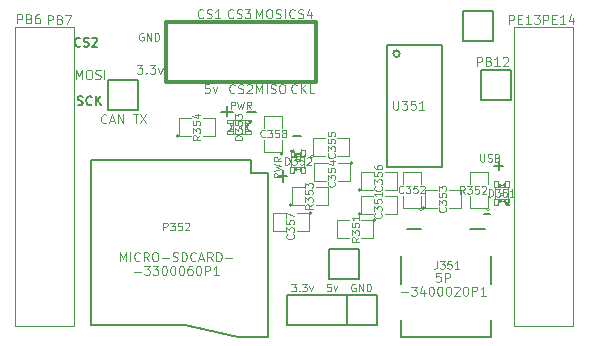
<source format=gto>
G04 (created by PCBNEW (2013-07-07 BZR 4022)-stable) date 05/03/2014 08:07:49*
%MOIN*%
G04 Gerber Fmt 3.4, Leading zero omitted, Abs format*
%FSLAX34Y34*%
G01*
G70*
G90*
G04 APERTURE LIST*
%ADD10C,0.00590551*%
%ADD11C,0.005*%
%ADD12C,0.004925*%
%ADD13C,0.00787402*%
%ADD14C,0.004*%
%ADD15C,0.0039*%
%ADD16C,0.0059*%
%ADD17C,0.006*%
%ADD18C,0.0026*%
%ADD19C,0.002*%
%ADD20C,0.012*%
%ADD21C,0.0043*%
%ADD22C,0.0035*%
G04 APERTURE END LIST*
G54D10*
G54D11*
X71707Y-61092D02*
X71692Y-61107D01*
X71650Y-61121D01*
X71621Y-61121D01*
X71578Y-61107D01*
X71550Y-61078D01*
X71535Y-61050D01*
X71521Y-60992D01*
X71521Y-60950D01*
X71535Y-60892D01*
X71550Y-60864D01*
X71578Y-60835D01*
X71621Y-60821D01*
X71650Y-60821D01*
X71692Y-60835D01*
X71707Y-60850D01*
X71821Y-61107D02*
X71864Y-61121D01*
X71935Y-61121D01*
X71964Y-61107D01*
X71978Y-61092D01*
X71992Y-61064D01*
X71992Y-61035D01*
X71978Y-61007D01*
X71964Y-60992D01*
X71935Y-60978D01*
X71878Y-60964D01*
X71850Y-60950D01*
X71835Y-60935D01*
X71821Y-60907D01*
X71821Y-60878D01*
X71835Y-60850D01*
X71850Y-60835D01*
X71878Y-60821D01*
X71950Y-60821D01*
X71992Y-60835D01*
X72107Y-60850D02*
X72121Y-60835D01*
X72150Y-60821D01*
X72221Y-60821D01*
X72250Y-60835D01*
X72264Y-60850D01*
X72278Y-60878D01*
X72278Y-60907D01*
X72264Y-60950D01*
X72092Y-61121D01*
X72278Y-61121D01*
G54D12*
X72575Y-63652D02*
X72561Y-63667D01*
X72518Y-63681D01*
X72490Y-63681D01*
X72447Y-63667D01*
X72418Y-63638D01*
X72404Y-63610D01*
X72390Y-63552D01*
X72390Y-63510D01*
X72404Y-63452D01*
X72418Y-63424D01*
X72447Y-63395D01*
X72490Y-63381D01*
X72518Y-63381D01*
X72561Y-63395D01*
X72575Y-63410D01*
X72690Y-63595D02*
X72832Y-63595D01*
X72661Y-63681D02*
X72761Y-63381D01*
X72861Y-63681D01*
X72961Y-63681D02*
X72961Y-63381D01*
X73132Y-63681D01*
X73132Y-63381D01*
X73461Y-63381D02*
X73632Y-63381D01*
X73547Y-63681D02*
X73547Y-63381D01*
X73704Y-63381D02*
X73904Y-63681D01*
X73904Y-63381D02*
X73704Y-63681D01*
X78401Y-65483D02*
X78151Y-65483D01*
X78151Y-65388D01*
X78163Y-65364D01*
X78175Y-65352D01*
X78198Y-65340D01*
X78234Y-65340D01*
X78258Y-65352D01*
X78270Y-65364D01*
X78282Y-65388D01*
X78282Y-65483D01*
X78151Y-65257D02*
X78401Y-65197D01*
X78222Y-65150D01*
X78401Y-65102D01*
X78151Y-65042D01*
X78401Y-64804D02*
X78282Y-64888D01*
X78401Y-64947D02*
X78151Y-64947D01*
X78151Y-64852D01*
X78163Y-64828D01*
X78175Y-64816D01*
X78198Y-64804D01*
X78234Y-64804D01*
X78258Y-64816D01*
X78270Y-64828D01*
X78282Y-64852D01*
X78282Y-64947D01*
X76716Y-63201D02*
X76716Y-62951D01*
X76811Y-62951D01*
X76835Y-62963D01*
X76847Y-62975D01*
X76859Y-62998D01*
X76859Y-63034D01*
X76847Y-63058D01*
X76835Y-63070D01*
X76811Y-63082D01*
X76716Y-63082D01*
X76942Y-62951D02*
X77002Y-63201D01*
X77050Y-63022D01*
X77097Y-63201D01*
X77157Y-62951D01*
X77395Y-63201D02*
X77311Y-63082D01*
X77252Y-63201D02*
X77252Y-62951D01*
X77347Y-62951D01*
X77371Y-62963D01*
X77383Y-62975D01*
X77395Y-62998D01*
X77395Y-63034D01*
X77383Y-63058D01*
X77371Y-63070D01*
X77347Y-63082D01*
X77252Y-63082D01*
X85034Y-64701D02*
X85034Y-64903D01*
X85046Y-64927D01*
X85058Y-64939D01*
X85082Y-64951D01*
X85129Y-64951D01*
X85153Y-64939D01*
X85165Y-64927D01*
X85177Y-64903D01*
X85177Y-64701D01*
X85284Y-64939D02*
X85320Y-64951D01*
X85379Y-64951D01*
X85403Y-64939D01*
X85415Y-64927D01*
X85427Y-64903D01*
X85427Y-64879D01*
X85415Y-64855D01*
X85403Y-64844D01*
X85379Y-64832D01*
X85332Y-64820D01*
X85308Y-64808D01*
X85296Y-64796D01*
X85284Y-64772D01*
X85284Y-64748D01*
X85296Y-64725D01*
X85308Y-64713D01*
X85332Y-64701D01*
X85391Y-64701D01*
X85427Y-64713D01*
X85617Y-64820D02*
X85653Y-64832D01*
X85665Y-64844D01*
X85677Y-64867D01*
X85677Y-64903D01*
X85665Y-64927D01*
X85653Y-64939D01*
X85629Y-64951D01*
X85534Y-64951D01*
X85534Y-64701D01*
X85617Y-64701D01*
X85641Y-64713D01*
X85653Y-64725D01*
X85665Y-64748D01*
X85665Y-64772D01*
X85653Y-64796D01*
X85641Y-64808D01*
X85617Y-64820D01*
X85534Y-64820D01*
X78921Y-62642D02*
X78907Y-62657D01*
X78864Y-62671D01*
X78835Y-62671D01*
X78792Y-62657D01*
X78764Y-62628D01*
X78750Y-62600D01*
X78735Y-62542D01*
X78735Y-62500D01*
X78750Y-62442D01*
X78764Y-62414D01*
X78792Y-62385D01*
X78835Y-62371D01*
X78864Y-62371D01*
X78907Y-62385D01*
X78921Y-62400D01*
X79050Y-62671D02*
X79050Y-62371D01*
X79221Y-62671D02*
X79092Y-62500D01*
X79221Y-62371D02*
X79050Y-62542D01*
X79492Y-62671D02*
X79350Y-62671D01*
X79350Y-62371D01*
X77578Y-62671D02*
X77578Y-62371D01*
X77678Y-62585D01*
X77778Y-62371D01*
X77778Y-62671D01*
X77921Y-62671D02*
X77921Y-62371D01*
X78050Y-62657D02*
X78092Y-62671D01*
X78164Y-62671D01*
X78192Y-62657D01*
X78207Y-62642D01*
X78221Y-62614D01*
X78221Y-62585D01*
X78207Y-62557D01*
X78192Y-62542D01*
X78164Y-62528D01*
X78107Y-62514D01*
X78078Y-62500D01*
X78064Y-62485D01*
X78050Y-62457D01*
X78050Y-62428D01*
X78064Y-62400D01*
X78078Y-62385D01*
X78107Y-62371D01*
X78178Y-62371D01*
X78221Y-62385D01*
X78407Y-62371D02*
X78464Y-62371D01*
X78492Y-62385D01*
X78521Y-62414D01*
X78535Y-62471D01*
X78535Y-62571D01*
X78521Y-62628D01*
X78492Y-62657D01*
X78464Y-62671D01*
X78407Y-62671D01*
X78378Y-62657D01*
X78350Y-62628D01*
X78335Y-62571D01*
X78335Y-62471D01*
X78350Y-62414D01*
X78378Y-62385D01*
X78407Y-62371D01*
X77578Y-60171D02*
X77578Y-59871D01*
X77678Y-60085D01*
X77778Y-59871D01*
X77778Y-60171D01*
X77978Y-59871D02*
X78035Y-59871D01*
X78064Y-59885D01*
X78092Y-59914D01*
X78107Y-59971D01*
X78107Y-60071D01*
X78092Y-60128D01*
X78064Y-60157D01*
X78035Y-60171D01*
X77978Y-60171D01*
X77950Y-60157D01*
X77921Y-60128D01*
X77907Y-60071D01*
X77907Y-59971D01*
X77921Y-59914D01*
X77950Y-59885D01*
X77978Y-59871D01*
X78221Y-60157D02*
X78264Y-60171D01*
X78335Y-60171D01*
X78364Y-60157D01*
X78378Y-60142D01*
X78392Y-60114D01*
X78392Y-60085D01*
X78378Y-60057D01*
X78364Y-60042D01*
X78335Y-60028D01*
X78278Y-60014D01*
X78250Y-60000D01*
X78235Y-59985D01*
X78221Y-59957D01*
X78221Y-59928D01*
X78235Y-59900D01*
X78250Y-59885D01*
X78278Y-59871D01*
X78350Y-59871D01*
X78392Y-59885D01*
X78521Y-60171D02*
X78521Y-59871D01*
X84925Y-61761D02*
X84925Y-61461D01*
X85040Y-61461D01*
X85068Y-61475D01*
X85082Y-61490D01*
X85097Y-61518D01*
X85097Y-61561D01*
X85082Y-61590D01*
X85068Y-61604D01*
X85040Y-61618D01*
X84925Y-61618D01*
X85325Y-61604D02*
X85368Y-61618D01*
X85382Y-61632D01*
X85397Y-61661D01*
X85397Y-61704D01*
X85382Y-61732D01*
X85368Y-61747D01*
X85340Y-61761D01*
X85225Y-61761D01*
X85225Y-61461D01*
X85325Y-61461D01*
X85354Y-61475D01*
X85368Y-61490D01*
X85382Y-61518D01*
X85382Y-61547D01*
X85368Y-61575D01*
X85354Y-61590D01*
X85325Y-61604D01*
X85225Y-61604D01*
X85682Y-61761D02*
X85511Y-61761D01*
X85597Y-61761D02*
X85597Y-61461D01*
X85568Y-61504D01*
X85540Y-61532D01*
X85511Y-61547D01*
X85797Y-61490D02*
X85811Y-61475D01*
X85840Y-61461D01*
X85911Y-61461D01*
X85940Y-61475D01*
X85954Y-61490D01*
X85968Y-61518D01*
X85968Y-61547D01*
X85954Y-61590D01*
X85782Y-61761D01*
X85968Y-61761D01*
X86000Y-60361D02*
X86000Y-60061D01*
X86114Y-60061D01*
X86142Y-60075D01*
X86157Y-60090D01*
X86171Y-60118D01*
X86171Y-60161D01*
X86157Y-60190D01*
X86142Y-60204D01*
X86114Y-60218D01*
X86000Y-60218D01*
X86300Y-60204D02*
X86400Y-60204D01*
X86442Y-60361D02*
X86300Y-60361D01*
X86300Y-60061D01*
X86442Y-60061D01*
X86728Y-60361D02*
X86557Y-60361D01*
X86642Y-60361D02*
X86642Y-60061D01*
X86614Y-60104D01*
X86585Y-60132D01*
X86557Y-60147D01*
X86828Y-60061D02*
X87014Y-60061D01*
X86914Y-60175D01*
X86957Y-60175D01*
X86985Y-60190D01*
X87000Y-60204D01*
X87014Y-60232D01*
X87014Y-60304D01*
X87000Y-60332D01*
X86985Y-60347D01*
X86957Y-60361D01*
X86871Y-60361D01*
X86842Y-60347D01*
X86828Y-60332D01*
G54D11*
X71614Y-63057D02*
X71657Y-63071D01*
X71728Y-63071D01*
X71757Y-63057D01*
X71771Y-63042D01*
X71785Y-63014D01*
X71785Y-62985D01*
X71771Y-62957D01*
X71757Y-62942D01*
X71728Y-62928D01*
X71671Y-62914D01*
X71642Y-62900D01*
X71628Y-62885D01*
X71614Y-62857D01*
X71614Y-62828D01*
X71628Y-62800D01*
X71642Y-62785D01*
X71671Y-62771D01*
X71742Y-62771D01*
X71785Y-62785D01*
X72085Y-63042D02*
X72071Y-63057D01*
X72028Y-63071D01*
X72000Y-63071D01*
X71957Y-63057D01*
X71928Y-63028D01*
X71914Y-63000D01*
X71900Y-62942D01*
X71900Y-62900D01*
X71914Y-62842D01*
X71928Y-62814D01*
X71957Y-62785D01*
X72000Y-62771D01*
X72028Y-62771D01*
X72071Y-62785D01*
X72085Y-62800D01*
X72214Y-63071D02*
X72214Y-62771D01*
X72385Y-63071D02*
X72257Y-62900D01*
X72385Y-62771D02*
X72214Y-62942D01*
G54D13*
X76750Y-63300D02*
X76800Y-63300D01*
X76600Y-63450D02*
X76600Y-63100D01*
X76400Y-63300D02*
X76750Y-63300D01*
X77250Y-63300D02*
X77550Y-63300D01*
X78450Y-65250D02*
X78450Y-65650D01*
X78300Y-65450D02*
X78600Y-65450D01*
X78800Y-64100D02*
X79050Y-64100D01*
X85350Y-66700D02*
X85150Y-66700D01*
X85650Y-65250D02*
X85650Y-64950D01*
X85500Y-65100D02*
X85800Y-65100D01*
G54D12*
X71568Y-62201D02*
X71568Y-61901D01*
X71668Y-62115D01*
X71768Y-61901D01*
X71768Y-62201D01*
X71968Y-61901D02*
X72025Y-61901D01*
X72054Y-61915D01*
X72082Y-61944D01*
X72097Y-62001D01*
X72097Y-62101D01*
X72082Y-62158D01*
X72054Y-62187D01*
X72025Y-62201D01*
X71968Y-62201D01*
X71940Y-62187D01*
X71911Y-62158D01*
X71897Y-62101D01*
X71897Y-62001D01*
X71911Y-61944D01*
X71940Y-61915D01*
X71968Y-61901D01*
X72211Y-62187D02*
X72254Y-62201D01*
X72325Y-62201D01*
X72354Y-62187D01*
X72368Y-62172D01*
X72382Y-62144D01*
X72382Y-62115D01*
X72368Y-62087D01*
X72354Y-62072D01*
X72325Y-62058D01*
X72268Y-62044D01*
X72240Y-62030D01*
X72225Y-62015D01*
X72211Y-61987D01*
X72211Y-61958D01*
X72225Y-61930D01*
X72240Y-61915D01*
X72268Y-61901D01*
X72340Y-61901D01*
X72382Y-61915D01*
X72511Y-62201D02*
X72511Y-61901D01*
X76857Y-62642D02*
X76842Y-62657D01*
X76800Y-62671D01*
X76771Y-62671D01*
X76728Y-62657D01*
X76700Y-62628D01*
X76685Y-62600D01*
X76671Y-62542D01*
X76671Y-62500D01*
X76685Y-62442D01*
X76700Y-62414D01*
X76728Y-62385D01*
X76771Y-62371D01*
X76800Y-62371D01*
X76842Y-62385D01*
X76857Y-62400D01*
X76971Y-62657D02*
X77014Y-62671D01*
X77085Y-62671D01*
X77114Y-62657D01*
X77128Y-62642D01*
X77142Y-62614D01*
X77142Y-62585D01*
X77128Y-62557D01*
X77114Y-62542D01*
X77085Y-62528D01*
X77028Y-62514D01*
X77000Y-62500D01*
X76985Y-62485D01*
X76971Y-62457D01*
X76971Y-62428D01*
X76985Y-62400D01*
X77000Y-62385D01*
X77028Y-62371D01*
X77100Y-62371D01*
X77142Y-62385D01*
X77257Y-62400D02*
X77271Y-62385D01*
X77300Y-62371D01*
X77371Y-62371D01*
X77400Y-62385D01*
X77414Y-62400D01*
X77428Y-62428D01*
X77428Y-62457D01*
X77414Y-62500D01*
X77242Y-62671D01*
X77428Y-62671D01*
X78857Y-60142D02*
X78842Y-60157D01*
X78800Y-60171D01*
X78771Y-60171D01*
X78728Y-60157D01*
X78700Y-60128D01*
X78685Y-60100D01*
X78671Y-60042D01*
X78671Y-60000D01*
X78685Y-59942D01*
X78700Y-59914D01*
X78728Y-59885D01*
X78771Y-59871D01*
X78800Y-59871D01*
X78842Y-59885D01*
X78857Y-59900D01*
X78971Y-60157D02*
X79014Y-60171D01*
X79085Y-60171D01*
X79114Y-60157D01*
X79128Y-60142D01*
X79142Y-60114D01*
X79142Y-60085D01*
X79128Y-60057D01*
X79114Y-60042D01*
X79085Y-60028D01*
X79028Y-60014D01*
X79000Y-60000D01*
X78985Y-59985D01*
X78971Y-59957D01*
X78971Y-59928D01*
X78985Y-59900D01*
X79000Y-59885D01*
X79028Y-59871D01*
X79100Y-59871D01*
X79142Y-59885D01*
X79400Y-59971D02*
X79400Y-60171D01*
X79328Y-59857D02*
X79257Y-60071D01*
X79442Y-60071D01*
X76807Y-60142D02*
X76792Y-60157D01*
X76750Y-60171D01*
X76721Y-60171D01*
X76678Y-60157D01*
X76650Y-60128D01*
X76635Y-60100D01*
X76621Y-60042D01*
X76621Y-60000D01*
X76635Y-59942D01*
X76650Y-59914D01*
X76678Y-59885D01*
X76721Y-59871D01*
X76750Y-59871D01*
X76792Y-59885D01*
X76807Y-59900D01*
X76921Y-60157D02*
X76964Y-60171D01*
X77035Y-60171D01*
X77064Y-60157D01*
X77078Y-60142D01*
X77092Y-60114D01*
X77092Y-60085D01*
X77078Y-60057D01*
X77064Y-60042D01*
X77035Y-60028D01*
X76978Y-60014D01*
X76950Y-60000D01*
X76935Y-59985D01*
X76921Y-59957D01*
X76921Y-59928D01*
X76935Y-59900D01*
X76950Y-59885D01*
X76978Y-59871D01*
X77050Y-59871D01*
X77092Y-59885D01*
X77192Y-59871D02*
X77378Y-59871D01*
X77278Y-59985D01*
X77321Y-59985D01*
X77350Y-60000D01*
X77364Y-60014D01*
X77378Y-60042D01*
X77378Y-60114D01*
X77364Y-60142D01*
X77350Y-60157D01*
X77321Y-60171D01*
X77235Y-60171D01*
X77207Y-60157D01*
X77192Y-60142D01*
X75807Y-60142D02*
X75792Y-60157D01*
X75750Y-60171D01*
X75721Y-60171D01*
X75678Y-60157D01*
X75650Y-60128D01*
X75635Y-60100D01*
X75621Y-60042D01*
X75621Y-60000D01*
X75635Y-59942D01*
X75650Y-59914D01*
X75678Y-59885D01*
X75721Y-59871D01*
X75750Y-59871D01*
X75792Y-59885D01*
X75807Y-59900D01*
X75921Y-60157D02*
X75964Y-60171D01*
X76035Y-60171D01*
X76064Y-60157D01*
X76078Y-60142D01*
X76092Y-60114D01*
X76092Y-60085D01*
X76078Y-60057D01*
X76064Y-60042D01*
X76035Y-60028D01*
X75978Y-60014D01*
X75950Y-60000D01*
X75935Y-59985D01*
X75921Y-59957D01*
X75921Y-59928D01*
X75935Y-59900D01*
X75950Y-59885D01*
X75978Y-59871D01*
X76050Y-59871D01*
X76092Y-59885D01*
X76378Y-60171D02*
X76207Y-60171D01*
X76292Y-60171D02*
X76292Y-59871D01*
X76264Y-59914D01*
X76235Y-59942D01*
X76207Y-59957D01*
X76007Y-62371D02*
X75864Y-62371D01*
X75850Y-62514D01*
X75864Y-62500D01*
X75892Y-62485D01*
X75964Y-62485D01*
X75992Y-62500D01*
X76007Y-62514D01*
X76021Y-62542D01*
X76021Y-62614D01*
X76007Y-62642D01*
X75992Y-62657D01*
X75964Y-62671D01*
X75892Y-62671D01*
X75864Y-62657D01*
X75850Y-62642D01*
X76121Y-62471D02*
X76192Y-62671D01*
X76264Y-62471D01*
X73591Y-61721D02*
X73777Y-61721D01*
X73677Y-61835D01*
X73720Y-61835D01*
X73748Y-61850D01*
X73762Y-61864D01*
X73777Y-61892D01*
X73777Y-61964D01*
X73762Y-61992D01*
X73748Y-62007D01*
X73720Y-62021D01*
X73634Y-62021D01*
X73605Y-62007D01*
X73591Y-61992D01*
X73905Y-61992D02*
X73920Y-62007D01*
X73905Y-62021D01*
X73891Y-62007D01*
X73905Y-61992D01*
X73905Y-62021D01*
X74020Y-61721D02*
X74205Y-61721D01*
X74105Y-61835D01*
X74148Y-61835D01*
X74177Y-61850D01*
X74191Y-61864D01*
X74205Y-61892D01*
X74205Y-61964D01*
X74191Y-61992D01*
X74177Y-62007D01*
X74148Y-62021D01*
X74062Y-62021D01*
X74034Y-62007D01*
X74020Y-61992D01*
X74305Y-61821D02*
X74377Y-62021D01*
X74448Y-61821D01*
X70628Y-60371D02*
X70628Y-60071D01*
X70742Y-60071D01*
X70771Y-60085D01*
X70785Y-60100D01*
X70800Y-60128D01*
X70800Y-60171D01*
X70785Y-60200D01*
X70771Y-60214D01*
X70742Y-60228D01*
X70628Y-60228D01*
X71028Y-60214D02*
X71071Y-60228D01*
X71085Y-60242D01*
X71100Y-60271D01*
X71100Y-60314D01*
X71085Y-60342D01*
X71071Y-60357D01*
X71042Y-60371D01*
X70928Y-60371D01*
X70928Y-60071D01*
X71028Y-60071D01*
X71057Y-60085D01*
X71071Y-60100D01*
X71085Y-60128D01*
X71085Y-60157D01*
X71071Y-60185D01*
X71057Y-60200D01*
X71028Y-60214D01*
X70928Y-60214D01*
X71200Y-60071D02*
X71400Y-60071D01*
X71271Y-60371D01*
X69603Y-60346D02*
X69603Y-60046D01*
X69717Y-60046D01*
X69746Y-60060D01*
X69760Y-60075D01*
X69775Y-60103D01*
X69775Y-60146D01*
X69760Y-60175D01*
X69746Y-60189D01*
X69717Y-60203D01*
X69603Y-60203D01*
X70003Y-60189D02*
X70046Y-60203D01*
X70060Y-60217D01*
X70075Y-60246D01*
X70075Y-60289D01*
X70060Y-60317D01*
X70046Y-60332D01*
X70017Y-60346D01*
X69903Y-60346D01*
X69903Y-60046D01*
X70003Y-60046D01*
X70032Y-60060D01*
X70046Y-60075D01*
X70060Y-60103D01*
X70060Y-60132D01*
X70046Y-60160D01*
X70032Y-60175D01*
X70003Y-60189D01*
X69903Y-60189D01*
X70332Y-60046D02*
X70275Y-60046D01*
X70246Y-60060D01*
X70232Y-60075D01*
X70203Y-60117D01*
X70189Y-60175D01*
X70189Y-60289D01*
X70203Y-60317D01*
X70217Y-60332D01*
X70246Y-60346D01*
X70303Y-60346D01*
X70332Y-60332D01*
X70346Y-60317D01*
X70360Y-60289D01*
X70360Y-60217D01*
X70346Y-60189D01*
X70332Y-60175D01*
X70303Y-60160D01*
X70246Y-60160D01*
X70217Y-60175D01*
X70203Y-60189D01*
X70189Y-60217D01*
X73809Y-60683D02*
X73785Y-60671D01*
X73750Y-60671D01*
X73714Y-60683D01*
X73690Y-60706D01*
X73678Y-60730D01*
X73666Y-60778D01*
X73666Y-60814D01*
X73678Y-60861D01*
X73690Y-60885D01*
X73714Y-60909D01*
X73750Y-60921D01*
X73773Y-60921D01*
X73809Y-60909D01*
X73821Y-60897D01*
X73821Y-60814D01*
X73773Y-60814D01*
X73928Y-60921D02*
X73928Y-60671D01*
X74071Y-60921D01*
X74071Y-60671D01*
X74190Y-60921D02*
X74190Y-60671D01*
X74250Y-60671D01*
X74285Y-60683D01*
X74309Y-60706D01*
X74321Y-60730D01*
X74333Y-60778D01*
X74333Y-60814D01*
X74321Y-60861D01*
X74309Y-60885D01*
X74285Y-60909D01*
X74250Y-60921D01*
X74190Y-60921D01*
X87140Y-60361D02*
X87140Y-60061D01*
X87254Y-60061D01*
X87282Y-60075D01*
X87297Y-60090D01*
X87311Y-60118D01*
X87311Y-60161D01*
X87297Y-60190D01*
X87282Y-60204D01*
X87254Y-60218D01*
X87140Y-60218D01*
X87440Y-60204D02*
X87540Y-60204D01*
X87582Y-60361D02*
X87440Y-60361D01*
X87440Y-60061D01*
X87582Y-60061D01*
X87868Y-60361D02*
X87697Y-60361D01*
X87782Y-60361D02*
X87782Y-60061D01*
X87754Y-60104D01*
X87725Y-60132D01*
X87697Y-60147D01*
X88125Y-60161D02*
X88125Y-60361D01*
X88054Y-60047D02*
X87982Y-60261D01*
X88168Y-60261D01*
G54D14*
X78741Y-69026D02*
X78896Y-69026D01*
X78813Y-69121D01*
X78848Y-69121D01*
X78872Y-69133D01*
X78884Y-69145D01*
X78896Y-69169D01*
X78896Y-69228D01*
X78884Y-69252D01*
X78872Y-69264D01*
X78848Y-69276D01*
X78777Y-69276D01*
X78753Y-69264D01*
X78741Y-69252D01*
X79003Y-69252D02*
X79015Y-69264D01*
X79003Y-69276D01*
X78991Y-69264D01*
X79003Y-69252D01*
X79003Y-69276D01*
X79098Y-69026D02*
X79253Y-69026D01*
X79170Y-69121D01*
X79205Y-69121D01*
X79229Y-69133D01*
X79241Y-69145D01*
X79253Y-69169D01*
X79253Y-69228D01*
X79241Y-69252D01*
X79229Y-69264D01*
X79205Y-69276D01*
X79134Y-69276D01*
X79110Y-69264D01*
X79098Y-69252D01*
X79336Y-69109D02*
X79396Y-69276D01*
X79455Y-69109D01*
X80051Y-69026D02*
X79932Y-69026D01*
X79920Y-69145D01*
X79932Y-69133D01*
X79955Y-69121D01*
X80015Y-69121D01*
X80039Y-69133D01*
X80051Y-69145D01*
X80063Y-69169D01*
X80063Y-69228D01*
X80051Y-69252D01*
X80039Y-69264D01*
X80015Y-69276D01*
X79955Y-69276D01*
X79932Y-69264D01*
X79920Y-69252D01*
X80146Y-69109D02*
X80205Y-69276D01*
X80265Y-69109D01*
X80872Y-69038D02*
X80848Y-69026D01*
X80813Y-69026D01*
X80777Y-69038D01*
X80753Y-69061D01*
X80741Y-69085D01*
X80729Y-69133D01*
X80729Y-69169D01*
X80741Y-69216D01*
X80753Y-69240D01*
X80777Y-69264D01*
X80813Y-69276D01*
X80836Y-69276D01*
X80872Y-69264D01*
X80884Y-69252D01*
X80884Y-69169D01*
X80836Y-69169D01*
X80991Y-69276D02*
X80991Y-69026D01*
X81134Y-69276D01*
X81134Y-69026D01*
X81253Y-69276D02*
X81253Y-69026D01*
X81313Y-69026D01*
X81348Y-69038D01*
X81372Y-69061D01*
X81384Y-69085D01*
X81396Y-69133D01*
X81396Y-69169D01*
X81384Y-69216D01*
X81372Y-69240D01*
X81348Y-69264D01*
X81313Y-69276D01*
X81253Y-69276D01*
X83721Y-68661D02*
X83578Y-68661D01*
X83564Y-68804D01*
X83578Y-68790D01*
X83607Y-68775D01*
X83678Y-68775D01*
X83707Y-68790D01*
X83721Y-68804D01*
X83735Y-68832D01*
X83735Y-68904D01*
X83721Y-68932D01*
X83707Y-68947D01*
X83678Y-68961D01*
X83607Y-68961D01*
X83578Y-68947D01*
X83564Y-68932D01*
X83864Y-68961D02*
X83864Y-68661D01*
X83978Y-68661D01*
X84007Y-68675D01*
X84021Y-68690D01*
X84035Y-68718D01*
X84035Y-68761D01*
X84021Y-68790D01*
X84007Y-68804D01*
X83978Y-68818D01*
X83864Y-68818D01*
X82392Y-69307D02*
X82621Y-69307D01*
X82735Y-69121D02*
X82921Y-69121D01*
X82821Y-69235D01*
X82864Y-69235D01*
X82892Y-69250D01*
X82907Y-69264D01*
X82921Y-69292D01*
X82921Y-69364D01*
X82907Y-69392D01*
X82892Y-69407D01*
X82864Y-69421D01*
X82778Y-69421D01*
X82750Y-69407D01*
X82735Y-69392D01*
X83178Y-69221D02*
X83178Y-69421D01*
X83107Y-69107D02*
X83035Y-69321D01*
X83221Y-69321D01*
X83392Y-69121D02*
X83421Y-69121D01*
X83450Y-69135D01*
X83464Y-69150D01*
X83478Y-69178D01*
X83492Y-69235D01*
X83492Y-69307D01*
X83478Y-69364D01*
X83464Y-69392D01*
X83450Y-69407D01*
X83421Y-69421D01*
X83392Y-69421D01*
X83364Y-69407D01*
X83350Y-69392D01*
X83335Y-69364D01*
X83321Y-69307D01*
X83321Y-69235D01*
X83335Y-69178D01*
X83350Y-69150D01*
X83364Y-69135D01*
X83392Y-69121D01*
X83678Y-69121D02*
X83707Y-69121D01*
X83735Y-69135D01*
X83750Y-69150D01*
X83764Y-69178D01*
X83778Y-69235D01*
X83778Y-69307D01*
X83764Y-69364D01*
X83750Y-69392D01*
X83735Y-69407D01*
X83707Y-69421D01*
X83678Y-69421D01*
X83650Y-69407D01*
X83635Y-69392D01*
X83621Y-69364D01*
X83607Y-69307D01*
X83607Y-69235D01*
X83621Y-69178D01*
X83635Y-69150D01*
X83650Y-69135D01*
X83678Y-69121D01*
X83964Y-69121D02*
X83992Y-69121D01*
X84021Y-69135D01*
X84035Y-69150D01*
X84050Y-69178D01*
X84064Y-69235D01*
X84064Y-69307D01*
X84050Y-69364D01*
X84035Y-69392D01*
X84021Y-69407D01*
X83992Y-69421D01*
X83964Y-69421D01*
X83935Y-69407D01*
X83921Y-69392D01*
X83907Y-69364D01*
X83892Y-69307D01*
X83892Y-69235D01*
X83907Y-69178D01*
X83921Y-69150D01*
X83935Y-69135D01*
X83964Y-69121D01*
X84178Y-69150D02*
X84192Y-69135D01*
X84221Y-69121D01*
X84292Y-69121D01*
X84321Y-69135D01*
X84335Y-69150D01*
X84350Y-69178D01*
X84350Y-69207D01*
X84335Y-69250D01*
X84164Y-69421D01*
X84350Y-69421D01*
X84535Y-69121D02*
X84564Y-69121D01*
X84592Y-69135D01*
X84607Y-69150D01*
X84621Y-69178D01*
X84635Y-69235D01*
X84635Y-69307D01*
X84621Y-69364D01*
X84607Y-69392D01*
X84592Y-69407D01*
X84564Y-69421D01*
X84535Y-69421D01*
X84507Y-69407D01*
X84492Y-69392D01*
X84478Y-69364D01*
X84464Y-69307D01*
X84464Y-69235D01*
X84478Y-69178D01*
X84492Y-69150D01*
X84507Y-69135D01*
X84535Y-69121D01*
X84764Y-69421D02*
X84764Y-69121D01*
X84878Y-69121D01*
X84907Y-69135D01*
X84921Y-69150D01*
X84935Y-69178D01*
X84935Y-69221D01*
X84921Y-69250D01*
X84907Y-69264D01*
X84878Y-69278D01*
X84764Y-69278D01*
X85221Y-69421D02*
X85050Y-69421D01*
X85135Y-69421D02*
X85135Y-69121D01*
X85107Y-69164D01*
X85078Y-69192D01*
X85050Y-69207D01*
X73028Y-68271D02*
X73028Y-67971D01*
X73128Y-68185D01*
X73228Y-67971D01*
X73228Y-68271D01*
X73371Y-68271D02*
X73371Y-67971D01*
X73685Y-68242D02*
X73671Y-68257D01*
X73628Y-68271D01*
X73600Y-68271D01*
X73557Y-68257D01*
X73528Y-68228D01*
X73514Y-68200D01*
X73500Y-68142D01*
X73500Y-68100D01*
X73514Y-68042D01*
X73528Y-68014D01*
X73557Y-67985D01*
X73600Y-67971D01*
X73628Y-67971D01*
X73671Y-67985D01*
X73685Y-68000D01*
X73985Y-68271D02*
X73885Y-68128D01*
X73814Y-68271D02*
X73814Y-67971D01*
X73928Y-67971D01*
X73957Y-67985D01*
X73971Y-68000D01*
X73985Y-68028D01*
X73985Y-68071D01*
X73971Y-68100D01*
X73957Y-68114D01*
X73928Y-68128D01*
X73814Y-68128D01*
X74171Y-67971D02*
X74228Y-67971D01*
X74257Y-67985D01*
X74285Y-68014D01*
X74300Y-68071D01*
X74300Y-68171D01*
X74285Y-68228D01*
X74257Y-68257D01*
X74228Y-68271D01*
X74171Y-68271D01*
X74142Y-68257D01*
X74114Y-68228D01*
X74100Y-68171D01*
X74100Y-68071D01*
X74114Y-68014D01*
X74142Y-67985D01*
X74171Y-67971D01*
X74428Y-68157D02*
X74657Y-68157D01*
X74785Y-68257D02*
X74828Y-68271D01*
X74900Y-68271D01*
X74928Y-68257D01*
X74942Y-68242D01*
X74957Y-68214D01*
X74957Y-68185D01*
X74942Y-68157D01*
X74928Y-68142D01*
X74900Y-68128D01*
X74842Y-68114D01*
X74814Y-68100D01*
X74800Y-68085D01*
X74785Y-68057D01*
X74785Y-68028D01*
X74800Y-68000D01*
X74814Y-67985D01*
X74842Y-67971D01*
X74914Y-67971D01*
X74957Y-67985D01*
X75085Y-68271D02*
X75085Y-67971D01*
X75157Y-67971D01*
X75200Y-67985D01*
X75228Y-68014D01*
X75242Y-68042D01*
X75257Y-68100D01*
X75257Y-68142D01*
X75242Y-68200D01*
X75228Y-68228D01*
X75200Y-68257D01*
X75157Y-68271D01*
X75085Y-68271D01*
X75557Y-68242D02*
X75542Y-68257D01*
X75500Y-68271D01*
X75471Y-68271D01*
X75428Y-68257D01*
X75400Y-68228D01*
X75385Y-68200D01*
X75371Y-68142D01*
X75371Y-68100D01*
X75385Y-68042D01*
X75400Y-68014D01*
X75428Y-67985D01*
X75471Y-67971D01*
X75500Y-67971D01*
X75542Y-67985D01*
X75557Y-68000D01*
X75671Y-68185D02*
X75814Y-68185D01*
X75642Y-68271D02*
X75742Y-67971D01*
X75842Y-68271D01*
X76114Y-68271D02*
X76014Y-68128D01*
X75942Y-68271D02*
X75942Y-67971D01*
X76057Y-67971D01*
X76085Y-67985D01*
X76100Y-68000D01*
X76114Y-68028D01*
X76114Y-68071D01*
X76100Y-68100D01*
X76085Y-68114D01*
X76057Y-68128D01*
X75942Y-68128D01*
X76242Y-68271D02*
X76242Y-67971D01*
X76314Y-67971D01*
X76357Y-67985D01*
X76385Y-68014D01*
X76400Y-68042D01*
X76414Y-68100D01*
X76414Y-68142D01*
X76400Y-68200D01*
X76385Y-68228D01*
X76357Y-68257D01*
X76314Y-68271D01*
X76242Y-68271D01*
X76542Y-68157D02*
X76771Y-68157D01*
X73492Y-68617D02*
X73721Y-68617D01*
X73835Y-68431D02*
X74021Y-68431D01*
X73921Y-68545D01*
X73964Y-68545D01*
X73992Y-68560D01*
X74007Y-68574D01*
X74021Y-68602D01*
X74021Y-68674D01*
X74007Y-68702D01*
X73992Y-68717D01*
X73964Y-68731D01*
X73878Y-68731D01*
X73850Y-68717D01*
X73835Y-68702D01*
X74121Y-68431D02*
X74307Y-68431D01*
X74207Y-68545D01*
X74250Y-68545D01*
X74278Y-68560D01*
X74292Y-68574D01*
X74307Y-68602D01*
X74307Y-68674D01*
X74292Y-68702D01*
X74278Y-68717D01*
X74250Y-68731D01*
X74164Y-68731D01*
X74135Y-68717D01*
X74121Y-68702D01*
X74492Y-68431D02*
X74521Y-68431D01*
X74550Y-68445D01*
X74564Y-68460D01*
X74578Y-68488D01*
X74592Y-68545D01*
X74592Y-68617D01*
X74578Y-68674D01*
X74564Y-68702D01*
X74550Y-68717D01*
X74521Y-68731D01*
X74492Y-68731D01*
X74464Y-68717D01*
X74450Y-68702D01*
X74435Y-68674D01*
X74421Y-68617D01*
X74421Y-68545D01*
X74435Y-68488D01*
X74450Y-68460D01*
X74464Y-68445D01*
X74492Y-68431D01*
X74778Y-68431D02*
X74807Y-68431D01*
X74835Y-68445D01*
X74850Y-68460D01*
X74864Y-68488D01*
X74878Y-68545D01*
X74878Y-68617D01*
X74864Y-68674D01*
X74850Y-68702D01*
X74835Y-68717D01*
X74807Y-68731D01*
X74778Y-68731D01*
X74750Y-68717D01*
X74735Y-68702D01*
X74721Y-68674D01*
X74707Y-68617D01*
X74707Y-68545D01*
X74721Y-68488D01*
X74735Y-68460D01*
X74750Y-68445D01*
X74778Y-68431D01*
X75064Y-68431D02*
X75092Y-68431D01*
X75121Y-68445D01*
X75135Y-68460D01*
X75150Y-68488D01*
X75164Y-68545D01*
X75164Y-68617D01*
X75150Y-68674D01*
X75135Y-68702D01*
X75121Y-68717D01*
X75092Y-68731D01*
X75064Y-68731D01*
X75035Y-68717D01*
X75021Y-68702D01*
X75007Y-68674D01*
X74992Y-68617D01*
X74992Y-68545D01*
X75007Y-68488D01*
X75021Y-68460D01*
X75035Y-68445D01*
X75064Y-68431D01*
X75421Y-68431D02*
X75364Y-68431D01*
X75335Y-68445D01*
X75321Y-68460D01*
X75292Y-68502D01*
X75278Y-68560D01*
X75278Y-68674D01*
X75292Y-68702D01*
X75307Y-68717D01*
X75335Y-68731D01*
X75392Y-68731D01*
X75421Y-68717D01*
X75435Y-68702D01*
X75450Y-68674D01*
X75450Y-68602D01*
X75435Y-68574D01*
X75421Y-68560D01*
X75392Y-68545D01*
X75335Y-68545D01*
X75307Y-68560D01*
X75292Y-68574D01*
X75278Y-68602D01*
X75635Y-68431D02*
X75664Y-68431D01*
X75692Y-68445D01*
X75707Y-68460D01*
X75721Y-68488D01*
X75735Y-68545D01*
X75735Y-68617D01*
X75721Y-68674D01*
X75707Y-68702D01*
X75692Y-68717D01*
X75664Y-68731D01*
X75635Y-68731D01*
X75607Y-68717D01*
X75592Y-68702D01*
X75578Y-68674D01*
X75564Y-68617D01*
X75564Y-68545D01*
X75578Y-68488D01*
X75592Y-68460D01*
X75607Y-68445D01*
X75635Y-68431D01*
X75864Y-68731D02*
X75864Y-68431D01*
X75978Y-68431D01*
X76007Y-68445D01*
X76021Y-68460D01*
X76035Y-68488D01*
X76035Y-68531D01*
X76021Y-68560D01*
X76007Y-68574D01*
X75978Y-68588D01*
X75864Y-68588D01*
X76321Y-68731D02*
X76150Y-68731D01*
X76235Y-68731D02*
X76235Y-68431D01*
X76207Y-68474D01*
X76178Y-68502D01*
X76150Y-68517D01*
G54D15*
X81050Y-66700D02*
G75*
G03X81050Y-66700I-50J0D01*
G74*
G01*
X81450Y-66700D02*
X81050Y-66700D01*
X81050Y-66700D02*
X81050Y-66100D01*
X81050Y-66100D02*
X81450Y-66100D01*
X81850Y-66100D02*
X82250Y-66100D01*
X82250Y-66100D02*
X82250Y-66700D01*
X82250Y-66700D02*
X81850Y-66700D01*
X83100Y-66550D02*
G75*
G03X83100Y-66550I-50J0D01*
G74*
G01*
X83050Y-66100D02*
X83050Y-66500D01*
X83050Y-66500D02*
X82450Y-66500D01*
X82450Y-66500D02*
X82450Y-66100D01*
X82450Y-65700D02*
X82450Y-65300D01*
X82450Y-65300D02*
X83050Y-65300D01*
X83050Y-65300D02*
X83050Y-65700D01*
X83200Y-66500D02*
G75*
G03X83200Y-66500I-50J0D01*
G74*
G01*
X83600Y-66500D02*
X83200Y-66500D01*
X83200Y-66500D02*
X83200Y-65900D01*
X83200Y-65900D02*
X83600Y-65900D01*
X84000Y-65900D02*
X84400Y-65900D01*
X84400Y-65900D02*
X84400Y-66500D01*
X84400Y-66500D02*
X84000Y-66500D01*
X80800Y-65000D02*
G75*
G03X80800Y-65000I-50J0D01*
G74*
G01*
X80300Y-65000D02*
X80700Y-65000D01*
X80700Y-65000D02*
X80700Y-65600D01*
X80700Y-65600D02*
X80300Y-65600D01*
X79900Y-65600D02*
X79500Y-65600D01*
X79500Y-65600D02*
X79500Y-65000D01*
X79500Y-65000D02*
X79900Y-65000D01*
X79475Y-64775D02*
G75*
G03X79475Y-64775I-50J0D01*
G74*
G01*
X79875Y-64775D02*
X79475Y-64775D01*
X79475Y-64775D02*
X79475Y-64175D01*
X79475Y-64175D02*
X79875Y-64175D01*
X80275Y-64175D02*
X80675Y-64175D01*
X80675Y-64175D02*
X80675Y-64775D01*
X80675Y-64775D02*
X80275Y-64775D01*
X81050Y-65900D02*
G75*
G03X81050Y-65900I-50J0D01*
G74*
G01*
X81450Y-65900D02*
X81050Y-65900D01*
X81050Y-65900D02*
X81050Y-65300D01*
X81050Y-65300D02*
X81450Y-65300D01*
X81850Y-65300D02*
X82250Y-65300D01*
X82250Y-65300D02*
X82250Y-65900D01*
X82250Y-65900D02*
X81850Y-65900D01*
X81550Y-66900D02*
G75*
G03X81550Y-66900I-50J0D01*
G74*
G01*
X81050Y-66900D02*
X81450Y-66900D01*
X81450Y-66900D02*
X81450Y-67500D01*
X81450Y-67500D02*
X81050Y-67500D01*
X80650Y-67500D02*
X80250Y-67500D01*
X80250Y-67500D02*
X80250Y-66900D01*
X80250Y-66900D02*
X80650Y-66900D01*
X85350Y-66550D02*
G75*
G03X85350Y-66550I-50J0D01*
G74*
G01*
X85300Y-66100D02*
X85300Y-66500D01*
X85300Y-66500D02*
X84700Y-66500D01*
X84700Y-66500D02*
X84700Y-66100D01*
X84700Y-65700D02*
X84700Y-65300D01*
X84700Y-65300D02*
X85300Y-65300D01*
X85300Y-65300D02*
X85300Y-65700D01*
X78750Y-66400D02*
G75*
G03X78750Y-66400I-50J0D01*
G74*
G01*
X79150Y-66400D02*
X78750Y-66400D01*
X78750Y-66400D02*
X78750Y-65800D01*
X78750Y-65800D02*
X79150Y-65800D01*
X79550Y-65800D02*
X79950Y-65800D01*
X79950Y-65800D02*
X79950Y-66400D01*
X79950Y-66400D02*
X79550Y-66400D01*
G54D16*
X83756Y-65147D02*
X81944Y-65147D01*
X81944Y-61053D02*
X83756Y-61053D01*
X83756Y-61053D02*
X83756Y-65147D01*
X81944Y-65147D02*
X81944Y-61053D01*
X82357Y-61352D02*
G75*
G03X82357Y-61352I-111J0D01*
G74*
G01*
G54D15*
X75000Y-64100D02*
G75*
G03X75000Y-64100I-50J0D01*
G74*
G01*
X75400Y-64100D02*
X75000Y-64100D01*
X75000Y-64100D02*
X75000Y-63500D01*
X75000Y-63500D02*
X75400Y-63500D01*
X75800Y-63500D02*
X76200Y-63500D01*
X76200Y-63500D02*
X76200Y-64100D01*
X76200Y-64100D02*
X75800Y-64100D01*
G54D17*
X81600Y-69400D02*
X81600Y-70400D01*
X81600Y-70400D02*
X78600Y-70400D01*
X78600Y-70400D02*
X78600Y-69400D01*
X78600Y-69400D02*
X81600Y-69400D01*
X80600Y-70400D02*
X80600Y-69400D01*
X86050Y-62900D02*
X85050Y-62900D01*
X85050Y-61900D02*
X86050Y-61900D01*
X85050Y-62900D02*
X85050Y-61900D01*
X86050Y-61900D02*
X86050Y-62900D01*
X73620Y-63240D02*
X72620Y-63240D01*
X72620Y-62240D02*
X73620Y-62240D01*
X72620Y-63240D02*
X72620Y-62240D01*
X73620Y-62240D02*
X73620Y-63240D01*
G54D15*
X79425Y-66675D02*
G75*
G03X79425Y-66675I-50J0D01*
G74*
G01*
X78925Y-66675D02*
X79325Y-66675D01*
X79325Y-66675D02*
X79325Y-67275D01*
X79325Y-67275D02*
X78925Y-67275D01*
X78525Y-67275D02*
X78125Y-67275D01*
X78125Y-67275D02*
X78125Y-66675D01*
X78125Y-66675D02*
X78525Y-66675D01*
X78475Y-64700D02*
G75*
G03X78475Y-64700I-50J0D01*
G74*
G01*
X78425Y-64250D02*
X78425Y-64650D01*
X78425Y-64650D02*
X77825Y-64650D01*
X77825Y-64650D02*
X77825Y-64250D01*
X77825Y-63850D02*
X77825Y-63450D01*
X77825Y-63450D02*
X78425Y-63450D01*
X78425Y-63450D02*
X78425Y-63850D01*
G54D17*
X81000Y-68875D02*
X80000Y-68875D01*
X80000Y-67875D02*
X81000Y-67875D01*
X80000Y-68875D02*
X80000Y-67875D01*
X81000Y-67875D02*
X81000Y-68875D01*
X85475Y-60950D02*
X84475Y-60950D01*
X84475Y-59950D02*
X85475Y-59950D01*
X84475Y-60950D02*
X84475Y-59950D01*
X85475Y-59950D02*
X85475Y-60950D01*
G54D18*
X85632Y-66196D02*
X85504Y-66196D01*
X85504Y-66196D02*
X85504Y-66393D01*
X85632Y-66393D02*
X85504Y-66393D01*
X85632Y-66196D02*
X85632Y-66393D01*
X85877Y-66196D02*
X85818Y-66196D01*
X85818Y-66196D02*
X85818Y-66295D01*
X85877Y-66295D02*
X85818Y-66295D01*
X85877Y-66196D02*
X85877Y-66295D01*
X85682Y-66196D02*
X85623Y-66196D01*
X85623Y-66196D02*
X85623Y-66295D01*
X85682Y-66295D02*
X85623Y-66295D01*
X85682Y-66196D02*
X85682Y-66295D01*
X85828Y-66196D02*
X85672Y-66196D01*
X85672Y-66196D02*
X85672Y-66265D01*
X85828Y-66265D02*
X85672Y-66265D01*
X85828Y-66196D02*
X85828Y-66265D01*
X85632Y-65607D02*
X85504Y-65607D01*
X85504Y-65607D02*
X85504Y-65804D01*
X85632Y-65804D02*
X85504Y-65804D01*
X85632Y-65607D02*
X85632Y-65804D01*
X85996Y-65607D02*
X85868Y-65607D01*
X85868Y-65607D02*
X85868Y-65804D01*
X85996Y-65804D02*
X85868Y-65804D01*
X85996Y-65607D02*
X85996Y-65804D01*
X85682Y-65705D02*
X85623Y-65705D01*
X85623Y-65705D02*
X85623Y-65804D01*
X85682Y-65804D02*
X85623Y-65804D01*
X85682Y-65705D02*
X85682Y-65804D01*
X85877Y-65705D02*
X85818Y-65705D01*
X85818Y-65705D02*
X85818Y-65804D01*
X85877Y-65804D02*
X85818Y-65804D01*
X85877Y-65705D02*
X85877Y-65804D01*
X85828Y-65735D02*
X85672Y-65735D01*
X85672Y-65735D02*
X85672Y-65804D01*
X85828Y-65804D02*
X85672Y-65804D01*
X85828Y-65735D02*
X85828Y-65804D01*
X85789Y-66000D02*
X85711Y-66000D01*
X85711Y-66000D02*
X85711Y-66078D01*
X85789Y-66078D02*
X85711Y-66078D01*
X85789Y-66000D02*
X85789Y-66078D01*
X85986Y-66196D02*
X85868Y-66196D01*
X85868Y-66196D02*
X85868Y-66314D01*
X85986Y-66314D02*
X85868Y-66314D01*
X85986Y-66196D02*
X85986Y-66314D01*
X85996Y-66364D02*
X85907Y-66364D01*
X85907Y-66364D02*
X85907Y-66393D01*
X85996Y-66393D02*
X85907Y-66393D01*
X85996Y-66364D02*
X85996Y-66393D01*
G54D14*
X85524Y-66206D02*
X85524Y-65794D01*
X85976Y-65804D02*
X85976Y-66364D01*
G54D19*
X85955Y-66334D02*
G75*
G03X85955Y-66334I-28J0D01*
G74*
G01*
G54D14*
X85887Y-66393D02*
G75*
G03X85613Y-66393I-137J0D01*
G74*
G01*
X85613Y-65607D02*
G75*
G03X85887Y-65607I137J0D01*
G74*
G01*
G54D18*
X79068Y-64754D02*
X79196Y-64754D01*
X79196Y-64754D02*
X79196Y-64557D01*
X79068Y-64557D02*
X79196Y-64557D01*
X79068Y-64754D02*
X79068Y-64557D01*
X78823Y-64754D02*
X78882Y-64754D01*
X78882Y-64754D02*
X78882Y-64655D01*
X78823Y-64655D02*
X78882Y-64655D01*
X78823Y-64754D02*
X78823Y-64655D01*
X79018Y-64754D02*
X79077Y-64754D01*
X79077Y-64754D02*
X79077Y-64655D01*
X79018Y-64655D02*
X79077Y-64655D01*
X79018Y-64754D02*
X79018Y-64655D01*
X78872Y-64754D02*
X79028Y-64754D01*
X79028Y-64754D02*
X79028Y-64685D01*
X78872Y-64685D02*
X79028Y-64685D01*
X78872Y-64754D02*
X78872Y-64685D01*
X79068Y-65343D02*
X79196Y-65343D01*
X79196Y-65343D02*
X79196Y-65146D01*
X79068Y-65146D02*
X79196Y-65146D01*
X79068Y-65343D02*
X79068Y-65146D01*
X78704Y-65343D02*
X78832Y-65343D01*
X78832Y-65343D02*
X78832Y-65146D01*
X78704Y-65146D02*
X78832Y-65146D01*
X78704Y-65343D02*
X78704Y-65146D01*
X79018Y-65245D02*
X79077Y-65245D01*
X79077Y-65245D02*
X79077Y-65146D01*
X79018Y-65146D02*
X79077Y-65146D01*
X79018Y-65245D02*
X79018Y-65146D01*
X78823Y-65245D02*
X78882Y-65245D01*
X78882Y-65245D02*
X78882Y-65146D01*
X78823Y-65146D02*
X78882Y-65146D01*
X78823Y-65245D02*
X78823Y-65146D01*
X78872Y-65215D02*
X79028Y-65215D01*
X79028Y-65215D02*
X79028Y-65146D01*
X78872Y-65146D02*
X79028Y-65146D01*
X78872Y-65215D02*
X78872Y-65146D01*
X78911Y-64950D02*
X78989Y-64950D01*
X78989Y-64950D02*
X78989Y-64872D01*
X78911Y-64872D02*
X78989Y-64872D01*
X78911Y-64950D02*
X78911Y-64872D01*
X78714Y-64754D02*
X78832Y-64754D01*
X78832Y-64754D02*
X78832Y-64636D01*
X78714Y-64636D02*
X78832Y-64636D01*
X78714Y-64754D02*
X78714Y-64636D01*
X78704Y-64586D02*
X78793Y-64586D01*
X78793Y-64586D02*
X78793Y-64557D01*
X78704Y-64557D02*
X78793Y-64557D01*
X78704Y-64586D02*
X78704Y-64557D01*
G54D14*
X79176Y-64744D02*
X79176Y-65156D01*
X78724Y-65146D02*
X78724Y-64586D01*
G54D19*
X78801Y-64616D02*
G75*
G03X78801Y-64616I-28J0D01*
G74*
G01*
G54D14*
X78813Y-64557D02*
G75*
G03X79087Y-64557I137J0D01*
G74*
G01*
X79087Y-65343D02*
G75*
G03X78813Y-65343I-137J0D01*
G74*
G01*
G54D18*
X77196Y-63918D02*
X77196Y-64046D01*
X77196Y-64046D02*
X77393Y-64046D01*
X77393Y-63918D02*
X77393Y-64046D01*
X77196Y-63918D02*
X77393Y-63918D01*
X77196Y-63673D02*
X77196Y-63732D01*
X77196Y-63732D02*
X77295Y-63732D01*
X77295Y-63673D02*
X77295Y-63732D01*
X77196Y-63673D02*
X77295Y-63673D01*
X77196Y-63868D02*
X77196Y-63927D01*
X77196Y-63927D02*
X77295Y-63927D01*
X77295Y-63868D02*
X77295Y-63927D01*
X77196Y-63868D02*
X77295Y-63868D01*
X77196Y-63722D02*
X77196Y-63878D01*
X77196Y-63878D02*
X77265Y-63878D01*
X77265Y-63722D02*
X77265Y-63878D01*
X77196Y-63722D02*
X77265Y-63722D01*
X76607Y-63918D02*
X76607Y-64046D01*
X76607Y-64046D02*
X76804Y-64046D01*
X76804Y-63918D02*
X76804Y-64046D01*
X76607Y-63918D02*
X76804Y-63918D01*
X76607Y-63554D02*
X76607Y-63682D01*
X76607Y-63682D02*
X76804Y-63682D01*
X76804Y-63554D02*
X76804Y-63682D01*
X76607Y-63554D02*
X76804Y-63554D01*
X76705Y-63868D02*
X76705Y-63927D01*
X76705Y-63927D02*
X76804Y-63927D01*
X76804Y-63868D02*
X76804Y-63927D01*
X76705Y-63868D02*
X76804Y-63868D01*
X76705Y-63673D02*
X76705Y-63732D01*
X76705Y-63732D02*
X76804Y-63732D01*
X76804Y-63673D02*
X76804Y-63732D01*
X76705Y-63673D02*
X76804Y-63673D01*
X76735Y-63722D02*
X76735Y-63878D01*
X76735Y-63878D02*
X76804Y-63878D01*
X76804Y-63722D02*
X76804Y-63878D01*
X76735Y-63722D02*
X76804Y-63722D01*
X77000Y-63761D02*
X77000Y-63839D01*
X77000Y-63839D02*
X77078Y-63839D01*
X77078Y-63761D02*
X77078Y-63839D01*
X77000Y-63761D02*
X77078Y-63761D01*
X77196Y-63564D02*
X77196Y-63682D01*
X77196Y-63682D02*
X77314Y-63682D01*
X77314Y-63564D02*
X77314Y-63682D01*
X77196Y-63564D02*
X77314Y-63564D01*
X77364Y-63554D02*
X77364Y-63643D01*
X77364Y-63643D02*
X77393Y-63643D01*
X77393Y-63554D02*
X77393Y-63643D01*
X77364Y-63554D02*
X77393Y-63554D01*
G54D14*
X77206Y-64026D02*
X76794Y-64026D01*
X76804Y-63574D02*
X77364Y-63574D01*
G54D19*
X77362Y-63623D02*
G75*
G03X77362Y-63623I-28J0D01*
G74*
G01*
G54D14*
X77393Y-63663D02*
G75*
G03X77393Y-63937I0J-137D01*
G74*
G01*
X76607Y-63937D02*
G75*
G03X76607Y-63663I0J137D01*
G74*
G01*
G54D11*
X85400Y-70800D02*
X85400Y-70221D01*
X82400Y-70800D02*
X82400Y-70221D01*
X84700Y-67200D02*
X85200Y-67200D01*
X85400Y-68095D02*
X85400Y-69040D01*
X82400Y-70800D02*
X85400Y-70800D01*
X82400Y-68095D02*
X82400Y-69040D01*
X82600Y-67200D02*
X83073Y-67200D01*
X76950Y-70790D02*
X75200Y-70390D01*
X72050Y-70390D02*
X75220Y-70390D01*
X72050Y-64890D02*
X72050Y-70390D01*
X77950Y-70790D02*
X76953Y-70790D01*
X77400Y-64890D02*
X77400Y-65340D01*
X77400Y-65340D02*
X77950Y-65340D01*
X72050Y-64890D02*
X77400Y-64890D01*
X77950Y-65340D02*
X77950Y-70790D01*
G54D20*
X74560Y-60300D02*
X79560Y-60300D01*
X79560Y-60300D02*
X79560Y-62300D01*
X79560Y-62300D02*
X74560Y-62300D01*
X74560Y-62300D02*
X74560Y-60300D01*
G54D15*
X69516Y-70421D02*
X71484Y-70421D01*
X71484Y-70421D02*
X71484Y-60480D01*
X71484Y-60480D02*
X69516Y-60480D01*
X69516Y-60480D02*
X69516Y-70421D01*
X86166Y-70421D02*
X88134Y-70421D01*
X88134Y-70421D02*
X88134Y-60480D01*
X88134Y-60480D02*
X86166Y-60480D01*
X86166Y-60480D02*
X86166Y-70421D01*
G54D14*
X81727Y-66679D02*
X81739Y-66691D01*
X81751Y-66727D01*
X81751Y-66751D01*
X81739Y-66786D01*
X81715Y-66810D01*
X81691Y-66822D01*
X81644Y-66834D01*
X81608Y-66834D01*
X81560Y-66822D01*
X81536Y-66810D01*
X81513Y-66786D01*
X81501Y-66751D01*
X81501Y-66727D01*
X81513Y-66691D01*
X81525Y-66679D01*
X81501Y-66596D02*
X81501Y-66441D01*
X81596Y-66525D01*
X81596Y-66489D01*
X81608Y-66465D01*
X81620Y-66453D01*
X81644Y-66441D01*
X81703Y-66441D01*
X81727Y-66453D01*
X81739Y-66465D01*
X81751Y-66489D01*
X81751Y-66560D01*
X81739Y-66584D01*
X81727Y-66596D01*
X81501Y-66215D02*
X81501Y-66334D01*
X81620Y-66346D01*
X81608Y-66334D01*
X81596Y-66310D01*
X81596Y-66251D01*
X81608Y-66227D01*
X81620Y-66215D01*
X81644Y-66203D01*
X81703Y-66203D01*
X81727Y-66215D01*
X81739Y-66227D01*
X81751Y-66251D01*
X81751Y-66310D01*
X81739Y-66334D01*
X81727Y-66346D01*
X81751Y-65965D02*
X81751Y-66108D01*
X81751Y-66036D02*
X81501Y-66036D01*
X81536Y-66060D01*
X81560Y-66084D01*
X81572Y-66108D01*
X82470Y-65977D02*
X82458Y-65989D01*
X82422Y-66001D01*
X82398Y-66001D01*
X82363Y-65989D01*
X82339Y-65965D01*
X82327Y-65941D01*
X82315Y-65894D01*
X82315Y-65858D01*
X82327Y-65810D01*
X82339Y-65786D01*
X82363Y-65763D01*
X82398Y-65751D01*
X82422Y-65751D01*
X82458Y-65763D01*
X82470Y-65775D01*
X82553Y-65751D02*
X82708Y-65751D01*
X82625Y-65846D01*
X82660Y-65846D01*
X82684Y-65858D01*
X82696Y-65870D01*
X82708Y-65894D01*
X82708Y-65953D01*
X82696Y-65977D01*
X82684Y-65989D01*
X82660Y-66001D01*
X82589Y-66001D01*
X82565Y-65989D01*
X82553Y-65977D01*
X82934Y-65751D02*
X82815Y-65751D01*
X82803Y-65870D01*
X82815Y-65858D01*
X82839Y-65846D01*
X82898Y-65846D01*
X82922Y-65858D01*
X82934Y-65870D01*
X82946Y-65894D01*
X82946Y-65953D01*
X82934Y-65977D01*
X82922Y-65989D01*
X82898Y-66001D01*
X82839Y-66001D01*
X82815Y-65989D01*
X82803Y-65977D01*
X83041Y-65775D02*
X83053Y-65763D01*
X83077Y-65751D01*
X83136Y-65751D01*
X83160Y-65763D01*
X83172Y-65775D01*
X83184Y-65798D01*
X83184Y-65822D01*
X83172Y-65858D01*
X83029Y-66001D01*
X83184Y-66001D01*
X83877Y-66479D02*
X83889Y-66491D01*
X83901Y-66527D01*
X83901Y-66551D01*
X83889Y-66586D01*
X83865Y-66610D01*
X83841Y-66622D01*
X83794Y-66634D01*
X83758Y-66634D01*
X83710Y-66622D01*
X83686Y-66610D01*
X83663Y-66586D01*
X83651Y-66551D01*
X83651Y-66527D01*
X83663Y-66491D01*
X83675Y-66479D01*
X83651Y-66396D02*
X83651Y-66241D01*
X83746Y-66325D01*
X83746Y-66289D01*
X83758Y-66265D01*
X83770Y-66253D01*
X83794Y-66241D01*
X83853Y-66241D01*
X83877Y-66253D01*
X83889Y-66265D01*
X83901Y-66289D01*
X83901Y-66360D01*
X83889Y-66384D01*
X83877Y-66396D01*
X83651Y-66015D02*
X83651Y-66134D01*
X83770Y-66146D01*
X83758Y-66134D01*
X83746Y-66110D01*
X83746Y-66051D01*
X83758Y-66027D01*
X83770Y-66015D01*
X83794Y-66003D01*
X83853Y-66003D01*
X83877Y-66015D01*
X83889Y-66027D01*
X83901Y-66051D01*
X83901Y-66110D01*
X83889Y-66134D01*
X83877Y-66146D01*
X83651Y-65920D02*
X83651Y-65765D01*
X83746Y-65848D01*
X83746Y-65813D01*
X83758Y-65789D01*
X83770Y-65777D01*
X83794Y-65765D01*
X83853Y-65765D01*
X83877Y-65777D01*
X83889Y-65789D01*
X83901Y-65813D01*
X83901Y-65884D01*
X83889Y-65908D01*
X83877Y-65920D01*
X80177Y-65639D02*
X80189Y-65651D01*
X80201Y-65687D01*
X80201Y-65711D01*
X80189Y-65746D01*
X80165Y-65770D01*
X80141Y-65782D01*
X80094Y-65794D01*
X80058Y-65794D01*
X80010Y-65782D01*
X79986Y-65770D01*
X79963Y-65746D01*
X79951Y-65711D01*
X79951Y-65687D01*
X79963Y-65651D01*
X79975Y-65639D01*
X79951Y-65556D02*
X79951Y-65401D01*
X80046Y-65485D01*
X80046Y-65449D01*
X80058Y-65425D01*
X80070Y-65413D01*
X80094Y-65401D01*
X80153Y-65401D01*
X80177Y-65413D01*
X80189Y-65425D01*
X80201Y-65449D01*
X80201Y-65520D01*
X80189Y-65544D01*
X80177Y-65556D01*
X79951Y-65175D02*
X79951Y-65294D01*
X80070Y-65306D01*
X80058Y-65294D01*
X80046Y-65270D01*
X80046Y-65211D01*
X80058Y-65187D01*
X80070Y-65175D01*
X80094Y-65163D01*
X80153Y-65163D01*
X80177Y-65175D01*
X80189Y-65187D01*
X80201Y-65211D01*
X80201Y-65270D01*
X80189Y-65294D01*
X80177Y-65306D01*
X80034Y-64949D02*
X80201Y-64949D01*
X79939Y-65008D02*
X80117Y-65068D01*
X80117Y-64913D01*
X80177Y-64679D02*
X80189Y-64691D01*
X80201Y-64727D01*
X80201Y-64751D01*
X80189Y-64786D01*
X80165Y-64810D01*
X80141Y-64822D01*
X80094Y-64834D01*
X80058Y-64834D01*
X80010Y-64822D01*
X79986Y-64810D01*
X79963Y-64786D01*
X79951Y-64751D01*
X79951Y-64727D01*
X79963Y-64691D01*
X79975Y-64679D01*
X79951Y-64596D02*
X79951Y-64441D01*
X80046Y-64525D01*
X80046Y-64489D01*
X80058Y-64465D01*
X80070Y-64453D01*
X80094Y-64441D01*
X80153Y-64441D01*
X80177Y-64453D01*
X80189Y-64465D01*
X80201Y-64489D01*
X80201Y-64560D01*
X80189Y-64584D01*
X80177Y-64596D01*
X79951Y-64215D02*
X79951Y-64334D01*
X80070Y-64346D01*
X80058Y-64334D01*
X80046Y-64310D01*
X80046Y-64251D01*
X80058Y-64227D01*
X80070Y-64215D01*
X80094Y-64203D01*
X80153Y-64203D01*
X80177Y-64215D01*
X80189Y-64227D01*
X80201Y-64251D01*
X80201Y-64310D01*
X80189Y-64334D01*
X80177Y-64346D01*
X79951Y-63977D02*
X79951Y-64096D01*
X80070Y-64108D01*
X80058Y-64096D01*
X80046Y-64072D01*
X80046Y-64013D01*
X80058Y-63989D01*
X80070Y-63977D01*
X80094Y-63965D01*
X80153Y-63965D01*
X80177Y-63977D01*
X80189Y-63989D01*
X80201Y-64013D01*
X80201Y-64072D01*
X80189Y-64096D01*
X80177Y-64108D01*
X81737Y-65779D02*
X81749Y-65791D01*
X81761Y-65827D01*
X81761Y-65851D01*
X81749Y-65886D01*
X81725Y-65910D01*
X81701Y-65922D01*
X81654Y-65934D01*
X81618Y-65934D01*
X81570Y-65922D01*
X81546Y-65910D01*
X81523Y-65886D01*
X81511Y-65851D01*
X81511Y-65827D01*
X81523Y-65791D01*
X81535Y-65779D01*
X81511Y-65696D02*
X81511Y-65541D01*
X81606Y-65625D01*
X81606Y-65589D01*
X81618Y-65565D01*
X81630Y-65553D01*
X81654Y-65541D01*
X81713Y-65541D01*
X81737Y-65553D01*
X81749Y-65565D01*
X81761Y-65589D01*
X81761Y-65660D01*
X81749Y-65684D01*
X81737Y-65696D01*
X81511Y-65315D02*
X81511Y-65434D01*
X81630Y-65446D01*
X81618Y-65434D01*
X81606Y-65410D01*
X81606Y-65351D01*
X81618Y-65327D01*
X81630Y-65315D01*
X81654Y-65303D01*
X81713Y-65303D01*
X81737Y-65315D01*
X81749Y-65327D01*
X81761Y-65351D01*
X81761Y-65410D01*
X81749Y-65434D01*
X81737Y-65446D01*
X81511Y-65089D02*
X81511Y-65136D01*
X81523Y-65160D01*
X81535Y-65172D01*
X81570Y-65196D01*
X81618Y-65208D01*
X81713Y-65208D01*
X81737Y-65196D01*
X81749Y-65184D01*
X81761Y-65160D01*
X81761Y-65113D01*
X81749Y-65089D01*
X81737Y-65077D01*
X81713Y-65065D01*
X81654Y-65065D01*
X81630Y-65077D01*
X81618Y-65089D01*
X81606Y-65113D01*
X81606Y-65160D01*
X81618Y-65184D01*
X81630Y-65196D01*
X81654Y-65208D01*
X81001Y-67479D02*
X80882Y-67563D01*
X81001Y-67622D02*
X80751Y-67622D01*
X80751Y-67527D01*
X80763Y-67503D01*
X80775Y-67491D01*
X80798Y-67479D01*
X80834Y-67479D01*
X80858Y-67491D01*
X80870Y-67503D01*
X80882Y-67527D01*
X80882Y-67622D01*
X80751Y-67396D02*
X80751Y-67241D01*
X80846Y-67325D01*
X80846Y-67289D01*
X80858Y-67265D01*
X80870Y-67253D01*
X80894Y-67241D01*
X80953Y-67241D01*
X80977Y-67253D01*
X80989Y-67265D01*
X81001Y-67289D01*
X81001Y-67360D01*
X80989Y-67384D01*
X80977Y-67396D01*
X80751Y-67015D02*
X80751Y-67134D01*
X80870Y-67146D01*
X80858Y-67134D01*
X80846Y-67110D01*
X80846Y-67051D01*
X80858Y-67027D01*
X80870Y-67015D01*
X80894Y-67003D01*
X80953Y-67003D01*
X80977Y-67015D01*
X80989Y-67027D01*
X81001Y-67051D01*
X81001Y-67110D01*
X80989Y-67134D01*
X80977Y-67146D01*
X81001Y-66765D02*
X81001Y-66908D01*
X81001Y-66836D02*
X80751Y-66836D01*
X80786Y-66860D01*
X80810Y-66884D01*
X80822Y-66908D01*
X84520Y-66021D02*
X84436Y-65902D01*
X84377Y-66021D02*
X84377Y-65771D01*
X84472Y-65771D01*
X84496Y-65783D01*
X84508Y-65795D01*
X84520Y-65818D01*
X84520Y-65854D01*
X84508Y-65878D01*
X84496Y-65890D01*
X84472Y-65902D01*
X84377Y-65902D01*
X84603Y-65771D02*
X84758Y-65771D01*
X84675Y-65866D01*
X84710Y-65866D01*
X84734Y-65878D01*
X84746Y-65890D01*
X84758Y-65914D01*
X84758Y-65973D01*
X84746Y-65997D01*
X84734Y-66009D01*
X84710Y-66021D01*
X84639Y-66021D01*
X84615Y-66009D01*
X84603Y-65997D01*
X84984Y-65771D02*
X84865Y-65771D01*
X84853Y-65890D01*
X84865Y-65878D01*
X84889Y-65866D01*
X84948Y-65866D01*
X84972Y-65878D01*
X84984Y-65890D01*
X84996Y-65914D01*
X84996Y-65973D01*
X84984Y-65997D01*
X84972Y-66009D01*
X84948Y-66021D01*
X84889Y-66021D01*
X84865Y-66009D01*
X84853Y-65997D01*
X85091Y-65795D02*
X85103Y-65783D01*
X85127Y-65771D01*
X85186Y-65771D01*
X85210Y-65783D01*
X85222Y-65795D01*
X85234Y-65818D01*
X85234Y-65842D01*
X85222Y-65878D01*
X85079Y-66021D01*
X85234Y-66021D01*
X79451Y-66379D02*
X79332Y-66463D01*
X79451Y-66522D02*
X79201Y-66522D01*
X79201Y-66427D01*
X79213Y-66403D01*
X79225Y-66391D01*
X79248Y-66379D01*
X79284Y-66379D01*
X79308Y-66391D01*
X79320Y-66403D01*
X79332Y-66427D01*
X79332Y-66522D01*
X79201Y-66296D02*
X79201Y-66141D01*
X79296Y-66225D01*
X79296Y-66189D01*
X79308Y-66165D01*
X79320Y-66153D01*
X79344Y-66141D01*
X79403Y-66141D01*
X79427Y-66153D01*
X79439Y-66165D01*
X79451Y-66189D01*
X79451Y-66260D01*
X79439Y-66284D01*
X79427Y-66296D01*
X79201Y-65915D02*
X79201Y-66034D01*
X79320Y-66046D01*
X79308Y-66034D01*
X79296Y-66010D01*
X79296Y-65951D01*
X79308Y-65927D01*
X79320Y-65915D01*
X79344Y-65903D01*
X79403Y-65903D01*
X79427Y-65915D01*
X79439Y-65927D01*
X79451Y-65951D01*
X79451Y-66010D01*
X79439Y-66034D01*
X79427Y-66046D01*
X79201Y-65820D02*
X79201Y-65665D01*
X79296Y-65748D01*
X79296Y-65713D01*
X79308Y-65689D01*
X79320Y-65677D01*
X79344Y-65665D01*
X79403Y-65665D01*
X79427Y-65677D01*
X79439Y-65689D01*
X79451Y-65713D01*
X79451Y-65784D01*
X79439Y-65808D01*
X79427Y-65820D01*
X82135Y-62921D02*
X82135Y-63164D01*
X82150Y-63192D01*
X82164Y-63207D01*
X82192Y-63221D01*
X82250Y-63221D01*
X82278Y-63207D01*
X82292Y-63192D01*
X82307Y-63164D01*
X82307Y-62921D01*
X82421Y-62921D02*
X82607Y-62921D01*
X82507Y-63035D01*
X82550Y-63035D01*
X82578Y-63050D01*
X82592Y-63064D01*
X82607Y-63092D01*
X82607Y-63164D01*
X82592Y-63192D01*
X82578Y-63207D01*
X82550Y-63221D01*
X82464Y-63221D01*
X82435Y-63207D01*
X82421Y-63192D01*
X82878Y-62921D02*
X82735Y-62921D01*
X82721Y-63064D01*
X82735Y-63050D01*
X82764Y-63035D01*
X82835Y-63035D01*
X82864Y-63050D01*
X82878Y-63064D01*
X82892Y-63092D01*
X82892Y-63164D01*
X82878Y-63192D01*
X82864Y-63207D01*
X82835Y-63221D01*
X82764Y-63221D01*
X82735Y-63207D01*
X82721Y-63192D01*
X83178Y-63221D02*
X83007Y-63221D01*
X83092Y-63221D02*
X83092Y-62921D01*
X83064Y-62964D01*
X83035Y-62992D01*
X83007Y-63007D01*
X75701Y-64079D02*
X75582Y-64163D01*
X75701Y-64222D02*
X75451Y-64222D01*
X75451Y-64127D01*
X75463Y-64103D01*
X75475Y-64091D01*
X75498Y-64079D01*
X75534Y-64079D01*
X75558Y-64091D01*
X75570Y-64103D01*
X75582Y-64127D01*
X75582Y-64222D01*
X75451Y-63996D02*
X75451Y-63841D01*
X75546Y-63925D01*
X75546Y-63889D01*
X75558Y-63865D01*
X75570Y-63853D01*
X75594Y-63841D01*
X75653Y-63841D01*
X75677Y-63853D01*
X75689Y-63865D01*
X75701Y-63889D01*
X75701Y-63960D01*
X75689Y-63984D01*
X75677Y-63996D01*
X75451Y-63615D02*
X75451Y-63734D01*
X75570Y-63746D01*
X75558Y-63734D01*
X75546Y-63710D01*
X75546Y-63651D01*
X75558Y-63627D01*
X75570Y-63615D01*
X75594Y-63603D01*
X75653Y-63603D01*
X75677Y-63615D01*
X75689Y-63627D01*
X75701Y-63651D01*
X75701Y-63710D01*
X75689Y-63734D01*
X75677Y-63746D01*
X75534Y-63389D02*
X75701Y-63389D01*
X75439Y-63448D02*
X75617Y-63508D01*
X75617Y-63353D01*
G54D21*
X78802Y-67379D02*
X78814Y-67391D01*
X78826Y-67427D01*
X78826Y-67451D01*
X78814Y-67486D01*
X78790Y-67510D01*
X78766Y-67522D01*
X78719Y-67534D01*
X78683Y-67534D01*
X78635Y-67522D01*
X78611Y-67510D01*
X78588Y-67486D01*
X78576Y-67451D01*
X78576Y-67427D01*
X78588Y-67391D01*
X78600Y-67379D01*
X78576Y-67296D02*
X78576Y-67141D01*
X78671Y-67225D01*
X78671Y-67189D01*
X78683Y-67165D01*
X78695Y-67153D01*
X78719Y-67141D01*
X78778Y-67141D01*
X78802Y-67153D01*
X78814Y-67165D01*
X78826Y-67189D01*
X78826Y-67260D01*
X78814Y-67284D01*
X78802Y-67296D01*
X78576Y-66915D02*
X78576Y-67034D01*
X78695Y-67046D01*
X78683Y-67034D01*
X78671Y-67010D01*
X78671Y-66951D01*
X78683Y-66927D01*
X78695Y-66915D01*
X78719Y-66903D01*
X78778Y-66903D01*
X78802Y-66915D01*
X78814Y-66927D01*
X78826Y-66951D01*
X78826Y-67010D01*
X78814Y-67034D01*
X78802Y-67046D01*
X78576Y-66820D02*
X78576Y-66653D01*
X78826Y-66760D01*
X77860Y-64117D02*
X77848Y-64129D01*
X77812Y-64141D01*
X77788Y-64141D01*
X77753Y-64129D01*
X77729Y-64105D01*
X77717Y-64081D01*
X77705Y-64034D01*
X77705Y-63998D01*
X77717Y-63950D01*
X77729Y-63926D01*
X77753Y-63903D01*
X77788Y-63891D01*
X77812Y-63891D01*
X77848Y-63903D01*
X77860Y-63915D01*
X77943Y-63891D02*
X78098Y-63891D01*
X78015Y-63986D01*
X78050Y-63986D01*
X78074Y-63998D01*
X78086Y-64010D01*
X78098Y-64034D01*
X78098Y-64093D01*
X78086Y-64117D01*
X78074Y-64129D01*
X78050Y-64141D01*
X77979Y-64141D01*
X77955Y-64129D01*
X77943Y-64117D01*
X78324Y-63891D02*
X78205Y-63891D01*
X78193Y-64010D01*
X78205Y-63998D01*
X78229Y-63986D01*
X78288Y-63986D01*
X78312Y-63998D01*
X78324Y-64010D01*
X78336Y-64034D01*
X78336Y-64093D01*
X78324Y-64117D01*
X78312Y-64129D01*
X78288Y-64141D01*
X78229Y-64141D01*
X78205Y-64129D01*
X78193Y-64117D01*
X78479Y-63998D02*
X78455Y-63986D01*
X78443Y-63974D01*
X78431Y-63950D01*
X78431Y-63938D01*
X78443Y-63915D01*
X78455Y-63903D01*
X78479Y-63891D01*
X78526Y-63891D01*
X78550Y-63903D01*
X78562Y-63915D01*
X78574Y-63938D01*
X78574Y-63950D01*
X78562Y-63974D01*
X78550Y-63986D01*
X78526Y-63998D01*
X78479Y-63998D01*
X78455Y-64010D01*
X78443Y-64022D01*
X78431Y-64045D01*
X78431Y-64093D01*
X78443Y-64117D01*
X78455Y-64129D01*
X78479Y-64141D01*
X78526Y-64141D01*
X78550Y-64129D01*
X78562Y-64117D01*
X78574Y-64093D01*
X78574Y-64045D01*
X78562Y-64022D01*
X78550Y-64010D01*
X78526Y-63998D01*
X85317Y-66121D02*
X85317Y-65871D01*
X85376Y-65871D01*
X85412Y-65883D01*
X85436Y-65906D01*
X85448Y-65930D01*
X85460Y-65978D01*
X85460Y-66014D01*
X85448Y-66061D01*
X85436Y-66085D01*
X85412Y-66109D01*
X85376Y-66121D01*
X85317Y-66121D01*
X85543Y-65871D02*
X85698Y-65871D01*
X85615Y-65966D01*
X85650Y-65966D01*
X85674Y-65978D01*
X85686Y-65990D01*
X85698Y-66014D01*
X85698Y-66073D01*
X85686Y-66097D01*
X85674Y-66109D01*
X85650Y-66121D01*
X85579Y-66121D01*
X85555Y-66109D01*
X85543Y-66097D01*
X85924Y-65871D02*
X85805Y-65871D01*
X85793Y-65990D01*
X85805Y-65978D01*
X85829Y-65966D01*
X85888Y-65966D01*
X85912Y-65978D01*
X85924Y-65990D01*
X85936Y-66014D01*
X85936Y-66073D01*
X85924Y-66097D01*
X85912Y-66109D01*
X85888Y-66121D01*
X85829Y-66121D01*
X85805Y-66109D01*
X85793Y-66097D01*
X86174Y-66121D02*
X86031Y-66121D01*
X86103Y-66121D02*
X86103Y-65871D01*
X86079Y-65906D01*
X86055Y-65930D01*
X86031Y-65942D01*
X78537Y-65061D02*
X78537Y-64811D01*
X78596Y-64811D01*
X78632Y-64823D01*
X78656Y-64846D01*
X78668Y-64870D01*
X78680Y-64918D01*
X78680Y-64954D01*
X78668Y-65001D01*
X78656Y-65025D01*
X78632Y-65049D01*
X78596Y-65061D01*
X78537Y-65061D01*
X78763Y-64811D02*
X78918Y-64811D01*
X78835Y-64906D01*
X78870Y-64906D01*
X78894Y-64918D01*
X78906Y-64930D01*
X78918Y-64954D01*
X78918Y-65013D01*
X78906Y-65037D01*
X78894Y-65049D01*
X78870Y-65061D01*
X78799Y-65061D01*
X78775Y-65049D01*
X78763Y-65037D01*
X79144Y-64811D02*
X79025Y-64811D01*
X79013Y-64930D01*
X79025Y-64918D01*
X79049Y-64906D01*
X79108Y-64906D01*
X79132Y-64918D01*
X79144Y-64930D01*
X79156Y-64954D01*
X79156Y-65013D01*
X79144Y-65037D01*
X79132Y-65049D01*
X79108Y-65061D01*
X79049Y-65061D01*
X79025Y-65049D01*
X79013Y-65037D01*
X79251Y-64835D02*
X79263Y-64823D01*
X79287Y-64811D01*
X79346Y-64811D01*
X79370Y-64823D01*
X79382Y-64835D01*
X79394Y-64858D01*
X79394Y-64882D01*
X79382Y-64918D01*
X79239Y-65061D01*
X79394Y-65061D01*
X77101Y-64222D02*
X76851Y-64222D01*
X76851Y-64163D01*
X76863Y-64127D01*
X76886Y-64103D01*
X76910Y-64091D01*
X76958Y-64079D01*
X76994Y-64079D01*
X77041Y-64091D01*
X77065Y-64103D01*
X77089Y-64127D01*
X77101Y-64163D01*
X77101Y-64222D01*
X76851Y-63996D02*
X76851Y-63841D01*
X76946Y-63925D01*
X76946Y-63889D01*
X76958Y-63865D01*
X76970Y-63853D01*
X76994Y-63841D01*
X77053Y-63841D01*
X77077Y-63853D01*
X77089Y-63865D01*
X77101Y-63889D01*
X77101Y-63960D01*
X77089Y-63984D01*
X77077Y-63996D01*
X76851Y-63615D02*
X76851Y-63734D01*
X76970Y-63746D01*
X76958Y-63734D01*
X76946Y-63710D01*
X76946Y-63651D01*
X76958Y-63627D01*
X76970Y-63615D01*
X76994Y-63603D01*
X77053Y-63603D01*
X77077Y-63615D01*
X77089Y-63627D01*
X77101Y-63651D01*
X77101Y-63710D01*
X77089Y-63734D01*
X77077Y-63746D01*
X76851Y-63520D02*
X76851Y-63365D01*
X76946Y-63448D01*
X76946Y-63413D01*
X76958Y-63389D01*
X76970Y-63377D01*
X76994Y-63365D01*
X77053Y-63365D01*
X77077Y-63377D01*
X77089Y-63389D01*
X77101Y-63413D01*
X77101Y-63484D01*
X77089Y-63508D01*
X77077Y-63520D01*
G54D22*
X83598Y-68271D02*
X83598Y-68449D01*
X83586Y-68485D01*
X83562Y-68509D01*
X83527Y-68521D01*
X83503Y-68521D01*
X83693Y-68271D02*
X83848Y-68271D01*
X83765Y-68366D01*
X83800Y-68366D01*
X83824Y-68378D01*
X83836Y-68390D01*
X83848Y-68414D01*
X83848Y-68473D01*
X83836Y-68497D01*
X83824Y-68509D01*
X83800Y-68521D01*
X83729Y-68521D01*
X83705Y-68509D01*
X83693Y-68497D01*
X84074Y-68271D02*
X83955Y-68271D01*
X83943Y-68390D01*
X83955Y-68378D01*
X83979Y-68366D01*
X84039Y-68366D01*
X84062Y-68378D01*
X84074Y-68390D01*
X84086Y-68414D01*
X84086Y-68473D01*
X84074Y-68497D01*
X84062Y-68509D01*
X84039Y-68521D01*
X83979Y-68521D01*
X83955Y-68509D01*
X83943Y-68497D01*
X84324Y-68521D02*
X84181Y-68521D01*
X84253Y-68521D02*
X84253Y-68271D01*
X84229Y-68306D01*
X84205Y-68330D01*
X84181Y-68342D01*
G54D14*
X74477Y-67241D02*
X74477Y-66991D01*
X74572Y-66991D01*
X74596Y-67003D01*
X74608Y-67015D01*
X74620Y-67038D01*
X74620Y-67074D01*
X74608Y-67098D01*
X74596Y-67110D01*
X74572Y-67122D01*
X74477Y-67122D01*
X74703Y-66991D02*
X74858Y-66991D01*
X74775Y-67086D01*
X74810Y-67086D01*
X74834Y-67098D01*
X74846Y-67110D01*
X74858Y-67134D01*
X74858Y-67193D01*
X74846Y-67217D01*
X74834Y-67229D01*
X74810Y-67241D01*
X74739Y-67241D01*
X74715Y-67229D01*
X74703Y-67217D01*
X75084Y-66991D02*
X74965Y-66991D01*
X74953Y-67110D01*
X74965Y-67098D01*
X74989Y-67086D01*
X75048Y-67086D01*
X75072Y-67098D01*
X75084Y-67110D01*
X75096Y-67134D01*
X75096Y-67193D01*
X75084Y-67217D01*
X75072Y-67229D01*
X75048Y-67241D01*
X74989Y-67241D01*
X74965Y-67229D01*
X74953Y-67217D01*
X75191Y-67015D02*
X75203Y-67003D01*
X75227Y-66991D01*
X75286Y-66991D01*
X75310Y-67003D01*
X75322Y-67015D01*
X75334Y-67038D01*
X75334Y-67062D01*
X75322Y-67098D01*
X75179Y-67241D01*
X75334Y-67241D01*
M02*

</source>
